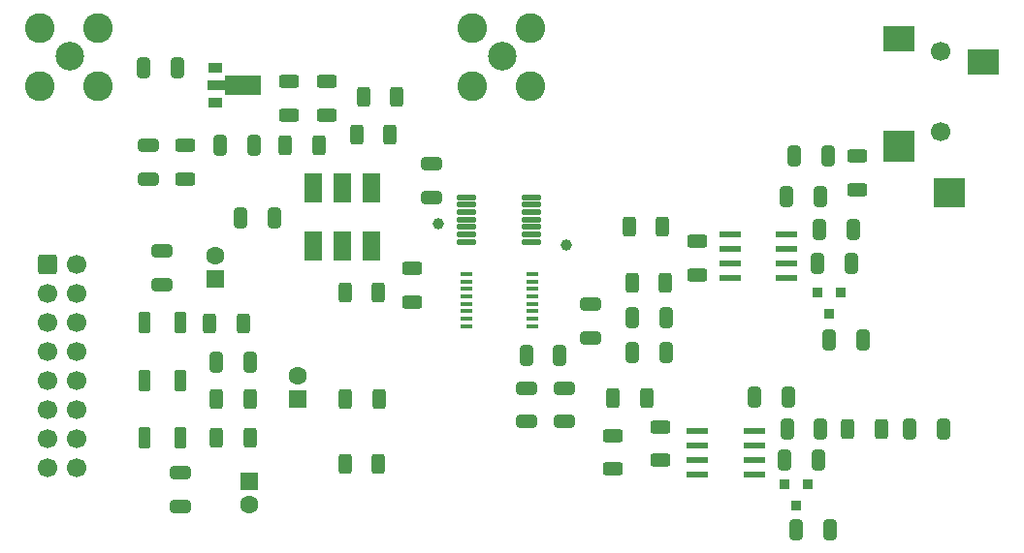
<source format=gts>
G04 #@! TF.GenerationSoftware,KiCad,Pcbnew,7.0.8*
G04 #@! TF.CreationDate,2023-11-05T16:21:54-05:00*
G04 #@! TF.ProjectId,qsd4,71736434-2e6b-4696-9361-645f70636258,rev?*
G04 #@! TF.SameCoordinates,Original*
G04 #@! TF.FileFunction,Soldermask,Top*
G04 #@! TF.FilePolarity,Negative*
%FSLAX46Y46*%
G04 Gerber Fmt 4.6, Leading zero omitted, Abs format (unit mm)*
G04 Created by KiCad (PCBNEW 7.0.8) date 2023-11-05 16:21:54*
%MOMM*%
%LPD*%
G01*
G04 APERTURE LIST*
G04 Aperture macros list*
%AMRoundRect*
0 Rectangle with rounded corners*
0 $1 Rounding radius*
0 $2 $3 $4 $5 $6 $7 $8 $9 X,Y pos of 4 corners*
0 Add a 4 corners polygon primitive as box body*
4,1,4,$2,$3,$4,$5,$6,$7,$8,$9,$2,$3,0*
0 Add four circle primitives for the rounded corners*
1,1,$1+$1,$2,$3*
1,1,$1+$1,$4,$5*
1,1,$1+$1,$6,$7*
1,1,$1+$1,$8,$9*
0 Add four rect primitives between the rounded corners*
20,1,$1+$1,$2,$3,$4,$5,0*
20,1,$1+$1,$4,$5,$6,$7,0*
20,1,$1+$1,$6,$7,$8,$9,0*
20,1,$1+$1,$8,$9,$2,$3,0*%
%AMFreePoly0*
4,1,9,3.862500,-0.866500,0.737500,-0.866500,0.737500,-0.450000,-0.737500,-0.450000,-0.737500,0.450000,0.737500,0.450000,0.737500,0.866500,3.862500,0.866500,3.862500,-0.866500,3.862500,-0.866500,$1*%
G04 Aperture macros list end*
%ADD10RoundRect,0.250000X-0.275000X-0.700000X0.275000X-0.700000X0.275000X0.700000X-0.275000X0.700000X0*%
%ADD11RoundRect,0.250000X0.625000X-0.312500X0.625000X0.312500X-0.625000X0.312500X-0.625000X-0.312500X0*%
%ADD12RoundRect,0.250000X-0.312500X-0.625000X0.312500X-0.625000X0.312500X0.625000X-0.312500X0.625000X0*%
%ADD13RoundRect,0.250000X0.325000X0.650000X-0.325000X0.650000X-0.325000X-0.650000X0.325000X-0.650000X0*%
%ADD14RoundRect,0.250000X-0.325000X-0.650000X0.325000X-0.650000X0.325000X0.650000X-0.325000X0.650000X0*%
%ADD15R,1.600000X1.600000*%
%ADD16C,1.600000*%
%ADD17R,1.300000X0.900000*%
%ADD18FreePoly0,0.000000*%
%ADD19R,1.000000X0.400000*%
%ADD20R,1.969999X0.558000*%
%ADD21C,2.600000*%
%ADD22C,2.500000*%
%ADD23RoundRect,0.250000X-0.625000X0.312500X-0.625000X-0.312500X0.625000X-0.312500X0.625000X0.312500X0*%
%ADD24R,0.812800X0.889000*%
%ADD25RoundRect,0.020500X-0.764500X-0.184500X0.764500X-0.184500X0.764500X0.184500X-0.764500X0.184500X0*%
%ADD26RoundRect,0.250000X-0.650000X0.325000X-0.650000X-0.325000X0.650000X-0.325000X0.650000X0.325000X0*%
%ADD27C,1.700000*%
%ADD28R,2.800000X2.200000*%
%ADD29R,2.800000X2.800000*%
%ADD30R,2.800000X2.600000*%
%ADD31C,1.000000*%
%ADD32RoundRect,0.250000X0.312500X0.625000X-0.312500X0.625000X-0.312500X-0.625000X0.312500X-0.625000X0*%
%ADD33R,1.650000X2.540000*%
%ADD34RoundRect,0.250000X-0.600000X-0.600000X0.600000X-0.600000X0.600000X0.600000X-0.600000X0.600000X0*%
G04 APERTURE END LIST*
D10*
X111650000Y-77700000D03*
X114800000Y-77700000D03*
D11*
X173925000Y-56000000D03*
X173925000Y-53075000D03*
D12*
X117362500Y-67700000D03*
X120287500Y-67700000D03*
D13*
X147950000Y-70450000D03*
X145000000Y-70450000D03*
D12*
X152587500Y-74200000D03*
X155512500Y-74200000D03*
D14*
X170425000Y-62425000D03*
X173375000Y-62425000D03*
X167775000Y-76900000D03*
X170725000Y-76900000D03*
D15*
X125050000Y-74300000D03*
D16*
X125050000Y-72300000D03*
D14*
X120050000Y-58425000D03*
X123000000Y-58425000D03*
D10*
X111675000Y-67600000D03*
X114825000Y-67600000D03*
D14*
X111600000Y-45362500D03*
X114550000Y-45362500D03*
D12*
X153991900Y-59186200D03*
X156916900Y-59186200D03*
D11*
X127600000Y-49475000D03*
X127600000Y-46550000D03*
D15*
X120850000Y-81500000D03*
D16*
X120850000Y-83500000D03*
D14*
X170600000Y-59475000D03*
X173550000Y-59475000D03*
D17*
X117825000Y-45375000D03*
D18*
X117912500Y-46875000D03*
D17*
X117825000Y-48375000D03*
D12*
X129197500Y-80000000D03*
X132122500Y-80000000D03*
X130800000Y-47910000D03*
X133725000Y-47910000D03*
D14*
X167725000Y-56600000D03*
X170675000Y-56600000D03*
D19*
X139750000Y-63375000D03*
X139750000Y-64025000D03*
X139750000Y-64675000D03*
X139750000Y-65325000D03*
X139750000Y-65975000D03*
X139750000Y-66625000D03*
X139750000Y-67275000D03*
X139750000Y-67925000D03*
X145550000Y-67925000D03*
X145550000Y-67275000D03*
X145550000Y-66625000D03*
X145550000Y-65975000D03*
X145550000Y-65325000D03*
X145550000Y-64675000D03*
X145550000Y-64025000D03*
X145550000Y-63375000D03*
D10*
X111650000Y-72700000D03*
X114800000Y-72700000D03*
D11*
X159925000Y-63437500D03*
X159925000Y-60512500D03*
D20*
X162822400Y-59875000D03*
X162822400Y-61145000D03*
X162822400Y-62415000D03*
X162822400Y-63685000D03*
X167750000Y-63685000D03*
X167750000Y-62415000D03*
X167750000Y-61145000D03*
X167750000Y-59875000D03*
D21*
X102495000Y-41825000D03*
X102495000Y-46905000D03*
X107575000Y-41825000D03*
X107575000Y-46905000D03*
D22*
X105135000Y-44290000D03*
D20*
X159975000Y-77050000D03*
X159975000Y-78320000D03*
X159975000Y-79590000D03*
X159975000Y-80860000D03*
X164902600Y-80860000D03*
X164902600Y-79590000D03*
X164902600Y-78320000D03*
X164902600Y-77050000D03*
D12*
X117950000Y-77700000D03*
X120875000Y-77700000D03*
D23*
X156700000Y-76737500D03*
X156700000Y-79662500D03*
D14*
X117975000Y-71100000D03*
X120925000Y-71100000D03*
D24*
X169624998Y-81750000D03*
X167575000Y-81750000D03*
X168599999Y-83639999D03*
D25*
X139750000Y-56650000D03*
X139750000Y-57300000D03*
X139750000Y-57950000D03*
X139750000Y-58600000D03*
X139750000Y-59250000D03*
X139750000Y-59900000D03*
X139750000Y-60550000D03*
X145490000Y-60550000D03*
X145490000Y-59900000D03*
X145490000Y-59250000D03*
X145490000Y-58600000D03*
X145490000Y-57950000D03*
X145490000Y-57300000D03*
X145490000Y-56650000D03*
D11*
X115275000Y-55050000D03*
X115275000Y-52125000D03*
D26*
X150620000Y-65980000D03*
X150620000Y-68930000D03*
D12*
X129220000Y-74290000D03*
X132145000Y-74290000D03*
D21*
X140310000Y-41890000D03*
X140310000Y-46970000D03*
X145390000Y-41890000D03*
X145390000Y-46970000D03*
D22*
X142950000Y-44355000D03*
D14*
X154250000Y-70225000D03*
X157200000Y-70225000D03*
D27*
X181230000Y-43930000D03*
X181230000Y-50930000D03*
D28*
X177530000Y-42830000D03*
D29*
X177530000Y-52230000D03*
D28*
X184930000Y-44830000D03*
D30*
X181980000Y-56230000D03*
D11*
X124325000Y-49475000D03*
X124325000Y-46550000D03*
D14*
X167575000Y-79600000D03*
X170525000Y-79600000D03*
D12*
X129187500Y-65000000D03*
X132112500Y-65000000D03*
D31*
X137300000Y-58975000D03*
D24*
X172474998Y-64975000D03*
X170425000Y-64975000D03*
X171449999Y-66864999D03*
D32*
X133112500Y-51150000D03*
X130187500Y-51150000D03*
D14*
X171450000Y-69125000D03*
X174400000Y-69125000D03*
X118325000Y-52150000D03*
X121275000Y-52150000D03*
D32*
X176025000Y-76900000D03*
X173100000Y-76900000D03*
D14*
X164950000Y-74100000D03*
X167900000Y-74100000D03*
D26*
X136725000Y-53725000D03*
X136725000Y-56675000D03*
D14*
X154250000Y-67175000D03*
X157200000Y-67175000D03*
D13*
X181475000Y-76875000D03*
X178525000Y-76875000D03*
D12*
X154262500Y-64125000D03*
X157187500Y-64125000D03*
D26*
X112050000Y-52100000D03*
X112050000Y-55050000D03*
D31*
X148525000Y-60850000D03*
D14*
X168400000Y-53075000D03*
X171350000Y-53075000D03*
D33*
X131530000Y-55800000D03*
X128990000Y-55800000D03*
X126450000Y-55800000D03*
X126450000Y-60880000D03*
X128990000Y-60880000D03*
X131530000Y-60880000D03*
D26*
X114850000Y-80700000D03*
X114850000Y-83650000D03*
D23*
X135084600Y-62867300D03*
X135084600Y-65792300D03*
D26*
X145025000Y-73325000D03*
X145025000Y-76275000D03*
X148300000Y-73325000D03*
X148300000Y-76275000D03*
D12*
X123987500Y-52150000D03*
X126912500Y-52150000D03*
D23*
X152550000Y-77500000D03*
X152550000Y-80425000D03*
D15*
X117900000Y-63775000D03*
D16*
X117900000Y-61775000D03*
D26*
X113175000Y-61375000D03*
X113175000Y-64325000D03*
D34*
X103210000Y-62500000D03*
D27*
X105750000Y-62500000D03*
X103210000Y-65040000D03*
X105750000Y-65040000D03*
X103210000Y-67580000D03*
X105750000Y-67580000D03*
X103210000Y-70120000D03*
X105750000Y-70120000D03*
X103210000Y-72660000D03*
X105750000Y-72660000D03*
X103210000Y-75200000D03*
X105750000Y-75200000D03*
X103210000Y-77740000D03*
X105750000Y-77740000D03*
X103210000Y-80280000D03*
X105750000Y-80280000D03*
D12*
X117987500Y-74300000D03*
X120912500Y-74300000D03*
D14*
X168600000Y-85700000D03*
X171550000Y-85700000D03*
M02*

</source>
